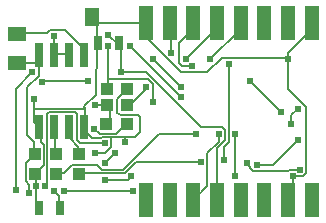
<source format=gbl>
G75*
%MOIN*%
%OFA0B0*%
%FSLAX25Y25*%
%IPPOS*%
%LPD*%
%AMOC8*
5,1,8,0,0,1.08239X$1,22.5*
%
%ADD10R,0.03150X0.04724*%
%ADD11R,0.06000X0.05000*%
%ADD12R,0.04331X0.03937*%
%ADD13R,0.05000X0.06000*%
%ADD14R,0.02600X0.08000*%
%ADD15R,0.03937X0.04331*%
%ADD16R,0.04724X0.11811*%
%ADD17C,0.00500*%
%ADD18C,0.02400*%
D10*
X0013354Y0008500D03*
X0020441Y0008500D03*
X0033141Y0063344D03*
X0040227Y0063344D03*
D11*
X0006084Y0066554D03*
X0006214Y0056661D03*
D12*
X0036070Y0048165D03*
X0036054Y0042695D03*
X0042747Y0042695D03*
X0042763Y0048165D03*
X0042661Y0036333D03*
X0035968Y0036333D03*
D13*
X0031026Y0072037D03*
D14*
X0028531Y0059583D03*
X0023531Y0059583D03*
X0018531Y0059583D03*
X0013531Y0059583D03*
X0013531Y0035383D03*
X0018531Y0035383D03*
X0023531Y0035383D03*
X0028531Y0035383D03*
D15*
X0026905Y0026406D03*
X0026905Y0019713D03*
X0019258Y0019785D03*
X0012275Y0019810D03*
X0012275Y0026503D03*
X0019258Y0026478D03*
D16*
X0049210Y0011104D03*
X0057084Y0011104D03*
X0064958Y0011104D03*
X0072832Y0011104D03*
X0080706Y0011104D03*
X0088580Y0011104D03*
X0096454Y0011104D03*
X0104328Y0011104D03*
X0104328Y0070160D03*
X0096454Y0070160D03*
X0088580Y0070160D03*
X0080706Y0070160D03*
X0072832Y0070160D03*
X0064958Y0070160D03*
X0057084Y0070160D03*
X0049210Y0070160D03*
D17*
X0012352Y0009051D02*
X0012902Y0008501D01*
X0013354Y0008500D01*
X0012352Y0009051D02*
X0012352Y0015651D01*
X0012352Y0019501D01*
X0012275Y0019810D01*
X0012352Y0020051D01*
X0015102Y0022801D01*
X0015102Y0029401D01*
X0014002Y0030501D01*
X0014002Y0034901D01*
X0013531Y0035383D01*
X0013452Y0035451D01*
X0011802Y0037101D01*
X0011802Y0041501D01*
X0028852Y0041501D01*
X0028541Y0042259D01*
X0032391Y0046109D01*
X0032702Y0062951D01*
X0033141Y0063344D01*
X0032702Y0063501D01*
X0032702Y0070101D01*
X0031026Y0072037D01*
X0031052Y0071751D01*
X0032702Y0070101D01*
X0049202Y0070101D01*
X0049210Y0070160D01*
X0049752Y0070101D01*
X0049752Y0064601D01*
X0060752Y0053601D01*
X0069552Y0053601D01*
X0074502Y0058551D01*
X0096502Y0058551D01*
X0096502Y0058001D01*
X0096502Y0048101D01*
X0102552Y0042051D01*
X0102552Y0020051D01*
X0101452Y0018951D01*
X0098152Y0018951D01*
X0098152Y0012901D01*
X0096502Y0011251D01*
X0096454Y0011104D01*
X0096502Y0020601D02*
X0084952Y0020601D01*
X0083852Y0021701D01*
X0083852Y0022251D01*
X0082752Y0023351D01*
X0086052Y0022801D02*
X0091552Y0022801D01*
X0099802Y0031051D01*
X0097602Y0036551D02*
X0097602Y0039301D01*
X0099802Y0041501D01*
X0094302Y0040401D02*
X0083852Y0050851D01*
X0076702Y0056351D02*
X0076702Y0030501D01*
X0075052Y0028851D01*
X0075052Y0024451D01*
X0072852Y0028301D02*
X0072852Y0011251D01*
X0072832Y0011104D01*
X0069552Y0015651D02*
X0065152Y0011251D01*
X0064958Y0011104D01*
X0069552Y0015651D02*
X0069552Y0026651D01*
X0073402Y0030501D01*
X0073402Y0033251D01*
X0075602Y0034351D02*
X0074502Y0035451D01*
X0067352Y0035451D01*
X0049202Y0053601D01*
X0040952Y0053601D01*
X0040952Y0062401D01*
X0040402Y0062951D01*
X0040227Y0063344D01*
X0039852Y0062951D01*
X0036552Y0066251D01*
X0036552Y0062401D02*
X0036552Y0051401D01*
X0049752Y0051401D01*
X0051402Y0049751D01*
X0051402Y0043701D01*
X0049202Y0048101D02*
X0049202Y0048651D01*
X0049202Y0048101D02*
X0043702Y0042601D01*
X0042747Y0042695D01*
X0040952Y0039330D02*
X0046452Y0039301D01*
X0047002Y0038751D01*
X0047002Y0033801D01*
X0045352Y0032151D01*
X0042052Y0032151D01*
X0042052Y0030501D01*
X0042052Y0032151D02*
X0037652Y0032151D01*
X0037652Y0028851D01*
X0035452Y0026651D01*
X0032152Y0026651D01*
X0032702Y0022801D02*
X0034352Y0021151D01*
X0041502Y0021151D01*
X0053602Y0033251D01*
X0065702Y0033251D01*
X0072852Y0028301D02*
X0075602Y0031051D01*
X0075602Y0034351D01*
X0078902Y0033251D02*
X0078902Y0018951D01*
X0067352Y0023901D02*
X0045902Y0023901D01*
X0042052Y0020051D01*
X0027202Y0020051D01*
X0026905Y0019713D01*
X0024452Y0022801D02*
X0032702Y0022801D01*
X0035452Y0023351D02*
X0038752Y0026651D01*
X0035452Y0029951D02*
X0027202Y0029951D01*
X0026102Y0031051D01*
X0026102Y0039851D01*
X0025552Y0040401D01*
X0016752Y0040401D01*
X0016202Y0039851D01*
X0016202Y0016201D01*
X0015652Y0015651D01*
X0018402Y0014001D02*
X0020052Y0012351D01*
X0020052Y0008501D01*
X0020441Y0008500D01*
X0021702Y0014001D02*
X0044802Y0014001D01*
X0043152Y0017851D02*
X0044252Y0018951D01*
X0043152Y0017851D02*
X0035452Y0017851D01*
X0024452Y0022801D02*
X0021702Y0020051D01*
X0019502Y0020051D01*
X0019258Y0019785D01*
X0019258Y0026478D02*
X0018952Y0026651D01*
X0018952Y0034901D01*
X0018531Y0035383D01*
X0023531Y0035383D02*
X0023902Y0034901D01*
X0023902Y0031601D01*
X0026652Y0028851D01*
X0026652Y0026651D01*
X0026905Y0026406D01*
X0031246Y0031764D02*
X0028596Y0034715D01*
X0028531Y0035383D01*
X0028852Y0035451D01*
X0028852Y0041501D01*
X0032183Y0042601D02*
X0036552Y0042601D01*
X0036054Y0042695D01*
X0037102Y0042051D01*
X0037102Y0036551D01*
X0035968Y0036333D01*
X0033802Y0033251D02*
X0031870Y0034594D01*
X0033802Y0033251D02*
X0039302Y0033251D01*
X0042052Y0036001D01*
X0043702Y0036001D01*
X0042661Y0036333D01*
X0040952Y0039330D02*
X0039468Y0040216D01*
X0039468Y0044833D01*
X0043152Y0048101D01*
X0042763Y0048165D01*
X0036552Y0048651D02*
X0036070Y0048165D01*
X0036552Y0048651D02*
X0036552Y0051401D01*
X0029952Y0050851D02*
X0015102Y0050851D01*
X0014552Y0050301D01*
X0013452Y0052501D02*
X0013452Y0056901D01*
X0013531Y0059583D01*
X0013452Y0059101D01*
X0013452Y0056901D01*
X0006302Y0056901D01*
X0006214Y0056661D01*
X0011252Y0053601D02*
X0005752Y0048101D01*
X0005752Y0014551D01*
X0009052Y0017301D02*
X0009052Y0023351D01*
X0011802Y0026101D01*
X0012275Y0026503D01*
X0011802Y0026651D01*
X0011802Y0030501D01*
X0009602Y0032701D01*
X0009602Y0048651D01*
X0013452Y0052501D01*
X0018402Y0059651D02*
X0018531Y0059583D01*
X0018952Y0059651D01*
X0023352Y0059651D01*
X0023531Y0059583D01*
X0018402Y0059651D02*
X0018402Y0065701D01*
X0017302Y0067901D02*
X0016202Y0066801D01*
X0006302Y0066801D01*
X0006084Y0066554D01*
X0017302Y0067901D02*
X0022252Y0067901D01*
X0028302Y0061851D01*
X0028302Y0059651D01*
X0028531Y0059583D01*
X0043702Y0062401D02*
X0060752Y0045351D01*
X0060752Y0048651D02*
X0051402Y0058001D01*
X0057452Y0060201D02*
X0057452Y0070101D01*
X0057084Y0070160D01*
X0060202Y0063501D02*
X0064602Y0067901D01*
X0064602Y0070101D01*
X0064958Y0070160D01*
X0072302Y0070101D02*
X0072832Y0070160D01*
X0072302Y0070101D02*
X0072302Y0067901D01*
X0062402Y0058001D01*
X0060202Y0056901D02*
X0061302Y0055801D01*
X0064602Y0055801D01*
X0060202Y0056901D02*
X0060202Y0063501D01*
X0070652Y0058001D02*
X0080552Y0067901D01*
X0080552Y0070101D01*
X0080706Y0070160D01*
X0096502Y0060201D02*
X0104202Y0067901D01*
X0104202Y0070101D01*
X0104328Y0070160D01*
X0096502Y0060201D02*
X0096502Y0058551D01*
X0097052Y0021151D02*
X0100352Y0021151D01*
X0097052Y0021151D02*
X0096502Y0020601D01*
X0037652Y0032151D02*
X0031246Y0031764D01*
X0011802Y0041501D02*
X0011802Y0044801D01*
X0009052Y0017301D02*
X0010152Y0016201D01*
X0010152Y0013451D01*
D18*
X0010152Y0013451D03*
X0012352Y0015651D03*
X0015652Y0015651D03*
X0018402Y0014001D03*
X0021702Y0014001D03*
X0035452Y0017851D03*
X0035452Y0023351D03*
X0032152Y0026651D03*
X0035452Y0029951D03*
X0038752Y0026651D03*
X0042052Y0030501D03*
X0031870Y0034594D03*
X0032183Y0042601D03*
X0029952Y0050851D03*
X0040952Y0053601D03*
X0049202Y0048651D03*
X0051402Y0043701D03*
X0060752Y0045351D03*
X0060752Y0048651D03*
X0064602Y0055801D03*
X0062402Y0058001D03*
X0057452Y0060201D03*
X0051402Y0058001D03*
X0043702Y0062401D03*
X0036552Y0062401D03*
X0036552Y0066251D03*
X0018402Y0065701D03*
X0011252Y0053601D03*
X0014552Y0050301D03*
X0011802Y0044801D03*
X0044252Y0018951D03*
X0044802Y0014001D03*
X0067352Y0023901D03*
X0075052Y0024451D03*
X0078902Y0018951D03*
X0082752Y0023351D03*
X0086052Y0022801D03*
X0078902Y0033251D03*
X0073402Y0033251D03*
X0065702Y0033251D03*
X0083852Y0050851D03*
X0076702Y0056351D03*
X0070652Y0058001D03*
X0096502Y0058001D03*
X0099802Y0041501D03*
X0097602Y0036551D03*
X0094302Y0040401D03*
X0099802Y0031051D03*
X0100352Y0021151D03*
X0098152Y0018951D03*
X0005752Y0014551D03*
M02*

</source>
